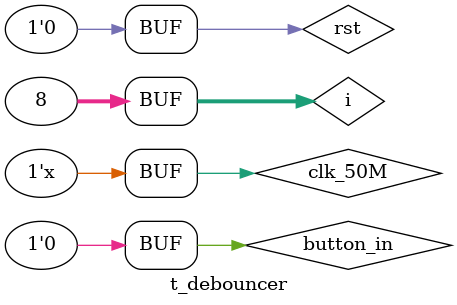
<source format=v>

module debouncer(button_in,clk,rst,p);
  input button_in; input clk; input rst;
  output reg p;
	reg [9:0] but_value;
	reg [1:0] but_output;

	always@(posedge clk)
		begin
			if(rst)
				begin
					but_value<=10'b0;
					but_output<=2'b0;
				end
			else
				begin
					// evealuate RHS first and hence all 10 bits are ones after 10 clk cycles --> input is stable  
					but_value[0] <= button_in;
					but_value[1] <= but_value[0];
					but_value[2] <= but_value[1];
					but_value[3] <= but_value[2];
					but_value[4] <= but_value[3];
					but_value[5] <= but_value[4];
					but_value[6] <= but_value[5];
					but_value[7] <= but_value[6];
					but_value[8] <= but_value[7];
					but_value[9] <= but_value[8];
					/*
					if(but_value == 10'b1111111111)
					begin
						but_output[0]<=1;
						but_output[1]<=but_output[0];
					end
					else
					begin
						but_output[0]<=0;
						but_output[1]<=but_output[0];
					end
					*/
					
					// much simpler than if else statement 
					but_output[0]<=&but_value;
					but_output[1]<=but_output[0];
				end
		end

	always@(but_output)
		begin
			// got one and the previous value is zero --> push button is pressed 
			if(but_output == 2'b01)	p=1;
			else	p=0;
		end
endmodule


module t_debouncer ();
  
	reg clk_50M; reg rst; 
	reg button_in; wire p;
  integer i;
  //simulate 1000 ns
  initial begin
      clk_50M = 1; rst = 1; button_in = 0;
      #5 rst = 0;
      #10 button_in = 1;
      #285 button_in = 0; 
      #185 button_in = 1; 
      for (i=0;i<=7;i=i+1)  begin #4 button_in = ~button_in; end
      for (i=0;i<=7;i=i+1)  begin #7 button_in = ~button_in; end

      #285 button_in = 0;      
    end
  always #10 clk_50M = ~clk_50M ;
  
  
  debouncer G1(button_in,clk_50M,rst,p); 
endmodule

/*

// fsm is ued to debounce push buttons
module db_fsm(input clk, rst, sw, output reg db);

  // Defined state encoding
  parameter zero    = 3'b000;
  parameter wait1_1 = 3'b001; 
  parameter wait1_2 = 3'b010;
  parameter wait1_3 = 3'b011; 
  parameter one     = 3'b100;
  parameter wait0_1 = 3'b101; 
  parameter wait0_2 = 3'b110;
  parameter wait0_3 = 3'b111; 
  
  //  19-bit counter with clk of 50 MHz --> tick = 2^19 * 20n = 10.48m
  // counter to generate 10 ms tick 
  parameter N = 19; 

  reg [N-1:0] count;
  wire tick;
  reg [2:0] current_state, next_state;
  
  always @(posedge clk or posedge rst)
  begin
    if(rst) count <= 0;
    else count <= count + 1;
  end
  // piece-wise anding of all count bits 
  // set only tick = 1 if all bits of count are ones 
  // after that count will over flow and reset to zero and start counting again
  assign tick = &count; 



  

  // always block for state register 
  always @(posedge clk or posedge rst)
  begin
    if (rst) current_state <= zero; 
    else current_state <= next_state;
  end
  
  // always block for combinational logic portion 
  // next state logic and output logic 
  always @(*) 
  begin
      next_state = current_state; // default state: the same  
      db = 0; // default output: 0 
      case (current_state)
        
        zero: if (sw) next_state = wait1_1; 
        wait1_1: 
          begin
            if (~sw) next_state = zero; 
            else 
              if(tick) next_state = wait1_2; 
          end
        wait1_2: 
          begin
            if (~sw) next_state = zero; 
            else 
              if(tick) next_state = wait1_3; 
          end
        wait1_3: 
          begin
            if (~sw) next_state = zero; 
            else 
              if(tick) next_state = one; 
          end
        one: 
          begin
            db = 1;
            if (~sw) next_state = wait0_1; 
          end
        wait0_1:  
          begin
            db = 1;
            if (sw) next_state = one;
            else  
              if (tick) next_state = wait0_2;
          end
        wait0_2:  
          begin
            db = 1;
            if (sw) next_state = one;
            else  
              if (tick) next_state = wait0_3;
          end
        wait0_3:  
          begin
            db = 1;
            if (sw) next_state = one;
            else  
              if (tick) next_state = zero;
          end
        default:  next_state = zero;
    endcase       
  end
endmodule


*/

</source>
